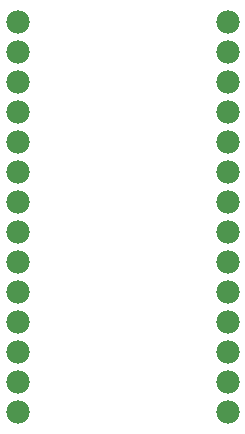
<source format=gbr>
G04 EAGLE Gerber RS-274X export*
G75*
%MOMM*%
%FSLAX34Y34*%
%LPD*%
%INSoldermask Bottom*%
%IPPOS*%
%AMOC8*
5,1,8,0,0,1.08239X$1,22.5*%
G01*
%ADD10C,1.981200*%


D10*
X11430Y11430D03*
X11430Y36830D03*
X11430Y62230D03*
X11430Y87630D03*
X11430Y113030D03*
X11430Y138430D03*
X11430Y163830D03*
X11430Y189230D03*
X11430Y214630D03*
X11430Y240030D03*
X11430Y265430D03*
X11430Y290830D03*
X11430Y316230D03*
X11430Y341630D03*
X189230Y11430D03*
X189230Y36830D03*
X189230Y62230D03*
X189230Y87630D03*
X189230Y113030D03*
X189230Y138430D03*
X189230Y163830D03*
X189230Y189230D03*
X189230Y214630D03*
X189230Y240030D03*
X189230Y265430D03*
X189230Y290830D03*
X189230Y316230D03*
X189230Y341630D03*
M02*

</source>
